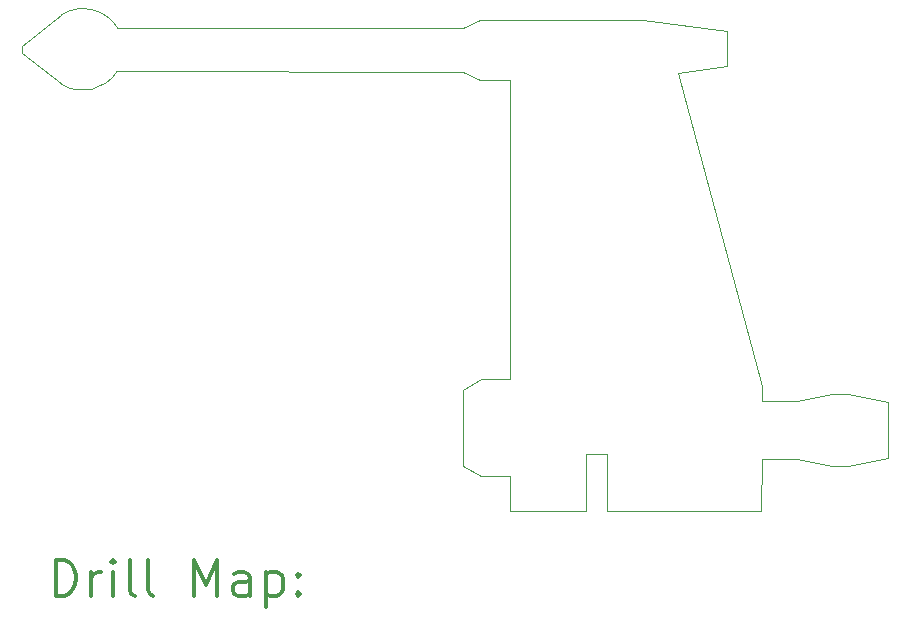
<source format=gbr>
%FSLAX45Y45*%
G04 Gerber Fmt 4.5, Leading zero omitted, Abs format (unit mm)*
G04 Created by KiCad (PCBNEW (5.1.5)-3) date 2021-01-14 21:29:15*
%MOMM*%
%LPD*%
G04 APERTURE LIST*
%TA.AperFunction,Profile*%
%ADD10C,0.050000*%
%TD*%
%ADD11C,0.200000*%
%ADD12C,0.300000*%
G04 APERTURE END LIST*
D10*
X14996724Y-9954045D02*
X14349765Y-9954045D01*
X11026688Y-6231181D02*
G75*
G02X10554765Y-6341545I-291923J184112D01*
G01*
X10549082Y-5753522D02*
G75*
G02X11032265Y-5866545I185683J-295524D01*
G01*
X16187567Y-6187951D02*
X15772651Y-6243067D01*
X15475609Y-5796514D02*
X16187568Y-5891089D01*
X14101363Y-5797637D02*
X14203116Y-5797637D01*
X13957852Y-5865936D02*
X14101363Y-5797637D01*
X15038928Y-5796514D02*
X15475609Y-5796514D01*
X16484645Y-9022434D02*
X16785085Y-9022434D01*
X16485195Y-8899346D02*
X16484645Y-9022434D01*
X14203116Y-5797637D02*
X15038928Y-5796514D01*
X15772651Y-6243067D02*
X16485195Y-8899346D01*
X16187568Y-5891089D02*
X16187567Y-6187951D01*
X17214480Y-9576484D02*
X17074570Y-9576484D01*
X16482447Y-9514996D02*
X16480487Y-9954046D01*
X13957851Y-9575336D02*
X13957852Y-8929338D01*
X16480487Y-9954046D02*
X15176724Y-9954045D01*
X15176725Y-9471579D02*
X14996725Y-9471579D01*
X15176724Y-9954045D02*
X15176725Y-9471579D01*
X17553402Y-9506750D02*
X17214480Y-9576484D01*
X14103148Y-9661506D02*
X13957851Y-9575336D01*
X14349765Y-9954045D02*
X14349765Y-9661506D01*
X14996725Y-9471579D02*
X14996724Y-9954045D01*
X16785085Y-9514996D02*
X16482447Y-9514996D01*
X14349765Y-9661506D02*
X14103148Y-9661506D01*
X17074570Y-9576484D02*
X16785085Y-9514996D01*
X17214480Y-8960947D02*
X17553402Y-9030681D01*
X16785085Y-9022434D02*
X17075765Y-8960947D01*
X17075765Y-8960947D02*
X17214480Y-8960947D01*
X17553402Y-9030681D02*
X17553402Y-9506750D01*
X14103149Y-8837627D02*
X14349765Y-8837627D01*
X10220058Y-6018497D02*
X10549082Y-5753521D01*
X13957852Y-8929338D02*
X14103149Y-8837627D01*
X14101363Y-6301298D02*
X13957852Y-6232998D01*
X13957852Y-6232998D02*
X11026688Y-6231181D01*
X14349765Y-8837627D02*
X14349766Y-6301298D01*
X10220058Y-6080436D02*
X10220058Y-6018497D01*
X11032265Y-5866545D02*
X13957852Y-5865936D01*
X14349766Y-6301298D02*
X14101363Y-6301298D01*
X10554765Y-6341545D02*
X10220058Y-6080436D01*
D11*
D12*
X10503987Y-10669759D02*
X10503987Y-10369759D01*
X10575415Y-10369759D01*
X10618272Y-10384045D01*
X10646844Y-10412617D01*
X10661130Y-10441188D01*
X10675415Y-10498331D01*
X10675415Y-10541188D01*
X10661130Y-10598331D01*
X10646844Y-10626902D01*
X10618272Y-10655474D01*
X10575415Y-10669759D01*
X10503987Y-10669759D01*
X10803987Y-10669759D02*
X10803987Y-10469759D01*
X10803987Y-10526902D02*
X10818272Y-10498331D01*
X10832558Y-10484045D01*
X10861130Y-10469759D01*
X10889701Y-10469759D01*
X10989701Y-10669759D02*
X10989701Y-10469759D01*
X10989701Y-10369759D02*
X10975415Y-10384045D01*
X10989701Y-10398331D01*
X11003987Y-10384045D01*
X10989701Y-10369759D01*
X10989701Y-10398331D01*
X11175415Y-10669759D02*
X11146844Y-10655474D01*
X11132558Y-10626902D01*
X11132558Y-10369759D01*
X11332558Y-10669759D02*
X11303987Y-10655474D01*
X11289701Y-10626902D01*
X11289701Y-10369759D01*
X11675415Y-10669759D02*
X11675415Y-10369759D01*
X11775415Y-10584045D01*
X11875415Y-10369759D01*
X11875415Y-10669759D01*
X12146844Y-10669759D02*
X12146844Y-10512617D01*
X12132558Y-10484045D01*
X12103987Y-10469759D01*
X12046844Y-10469759D01*
X12018272Y-10484045D01*
X12146844Y-10655474D02*
X12118272Y-10669759D01*
X12046844Y-10669759D01*
X12018272Y-10655474D01*
X12003987Y-10626902D01*
X12003987Y-10598331D01*
X12018272Y-10569759D01*
X12046844Y-10555474D01*
X12118272Y-10555474D01*
X12146844Y-10541188D01*
X12289701Y-10469759D02*
X12289701Y-10769759D01*
X12289701Y-10484045D02*
X12318272Y-10469759D01*
X12375415Y-10469759D01*
X12403987Y-10484045D01*
X12418272Y-10498331D01*
X12432558Y-10526902D01*
X12432558Y-10612617D01*
X12418272Y-10641188D01*
X12403987Y-10655474D01*
X12375415Y-10669759D01*
X12318272Y-10669759D01*
X12289701Y-10655474D01*
X12561129Y-10641188D02*
X12575415Y-10655474D01*
X12561129Y-10669759D01*
X12546844Y-10655474D01*
X12561129Y-10641188D01*
X12561129Y-10669759D01*
X12561129Y-10484045D02*
X12575415Y-10498331D01*
X12561129Y-10512617D01*
X12546844Y-10498331D01*
X12561129Y-10484045D01*
X12561129Y-10512617D01*
M02*

</source>
